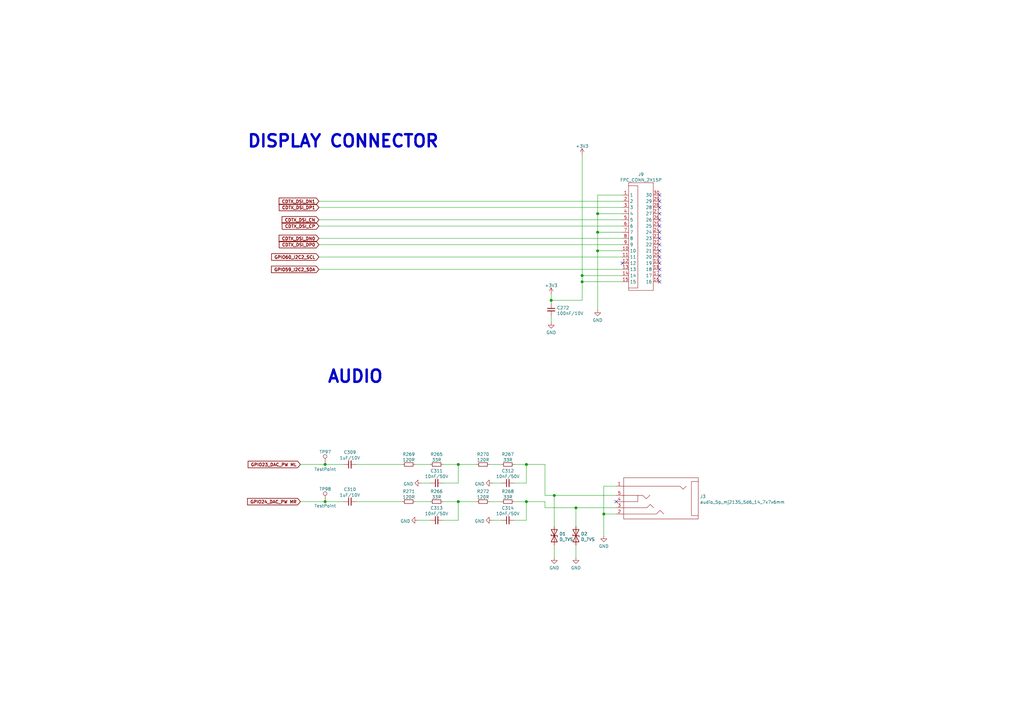
<source format=kicad_sch>
(kicad_sch (version 20210126) (generator eeschema)
  (paper "A3")
  (title_block (title "Beagle V") (date "2021-06-03") (rev "v0.7"))
  (lib_symbols
    (symbol "BeagleV:FPC_CONN_2X15P"
      (property "Reference" "U" (at -4.191 23.241 0))
      (property "Value" "FPC_CONN_2X15P" (at 2.54 -25.273 0))
      (symbol "FPC_CONN_2X15P_0_1"
        (rectangle (start -5.08 21.59) (end 5.08 -22.606) (stroke (width 0.1524)))
        (polyline (pts (xy -5.08 20.32) (xy -1.27 20.32) (xy -1.27 -21.59) (xy -5.08 -21.59)) (stroke (width 0.1524)))
      )
      (symbol "FPC_CONN_2X15P_1_1"
        (pin input line (at -7.62 16.51 0) (length 2.54) (name "1") (number "1"))
        (pin input line (at -7.62 -6.35 0) (length 2.54) (name "10") (number "10"))
        (pin input line (at -7.62 -8.89 0) (length 2.54) (name "11") (number "11"))
        (pin input line (at -7.62 -11.43 0) (length 2.54) (name "12") (number "12"))
        (pin input line (at -7.62 -13.97 0) (length 2.54) (name "13") (number "13"))
        (pin input line (at -7.62 -16.51 0) (length 2.54) (name "14") (number "14"))
        (pin input line (at -7.62 -19.05 0) (length 2.54) (name "15") (number "15"))
        (pin input line (at 7.62 -19.05 180) (length 2.54) (name "16") (number "16"))
        (pin input line (at 7.62 -16.51 180) (length 2.54) (name "17") (number "17"))
        (pin input line (at 7.62 -13.97 180) (length 2.54) (name "18") (number "18"))
        (pin input line (at 7.62 -11.43 180) (length 2.54) (name "19") (number "19"))
        (pin input line (at -7.62 13.97 0) (length 2.54) (name "2") (number "2"))
        (pin input line (at 7.62 -8.89 180) (length 2.54) (name "20") (number "20"))
        (pin input line (at 7.62 -6.35 180) (length 2.54) (name "21") (number "21"))
        (pin input line (at 7.62 -3.81 180) (length 2.54) (name "22") (number "22"))
        (pin input line (at 7.62 -1.27 180) (length 2.54) (name "23") (number "23"))
        (pin input line (at 7.62 1.27 180) (length 2.54) (name "24") (number "24"))
        (pin input line (at 7.62 3.81 180) (length 2.54) (name "25") (number "25"))
        (pin input line (at 7.62 6.35 180) (length 2.54) (name "26") (number "26"))
        (pin input line (at 7.62 8.89 180) (length 2.54) (name "27") (number "27"))
        (pin input line (at 7.62 11.43 180) (length 2.54) (name "28") (number "28"))
        (pin input line (at 7.62 13.97 180) (length 2.54) (name "29") (number "29"))
        (pin input line (at -7.62 11.43 0) (length 2.54) (name "3") (number "3"))
        (pin input line (at 7.62 16.51 180) (length 2.54) (name "30") (number "30"))
        (pin input line (at -7.62 8.89 0) (length 2.54) (name "4") (number "4"))
        (pin input line (at -7.62 6.35 0) (length 2.54) (name "5") (number "5"))
        (pin input line (at -7.62 3.81 0) (length 2.54) (name "6") (number "6"))
        (pin input line (at -7.62 1.27 0) (length 2.54) (name "7") (number "7"))
        (pin input line (at -7.62 -1.27 0) (length 2.54) (name "8") (number "8"))
        (pin input line (at -7.62 -3.81 0) (length 2.54) (name "9") (number "9"))
      )
    )
    (symbol "BeagleV:audio_5p_mj2135_5d6_14_7x7x6mm"
      (property "Reference" "U" (at -6.604 9.144 0))
      (property "Value" "audio_5p_mj2135_5d6_14_7x7x6mm" (at 8.89 -13.081 0))
      (symbol "audio_5p_mj2135_5d6_14_7x7x6mm_0_0"
        (rectangle (start -7.112 7.239) (end 23.495 -9.652) (stroke (width 0.1524)))
        (polyline (pts (xy -6.35 -2.54) (xy -2.286 -2.54) (xy -1.27 -2.54)) (stroke (width 0.1524)))
        (polyline (pts (xy -6.35 -7.62) (xy 6.35 -7.62) (xy 7.874 -6.096) (xy 9.398 -7.62)) (stroke (width 0.1524)))
        (polyline (pts (xy -6.35 -5.08) (xy 2.413 -5.08) (xy 3.81 -3.683) (xy 5.207 -5.08)) (stroke (width 0.1524)))
        (polyline (pts (xy -6.35 0) (xy 0.762 0) (xy 2.159 -1.397) (xy 3.683 0.127)) (stroke (width 0.1524)))
        (polyline (pts (xy -6.35 3.81) (xy 16.002 3.81) (xy 17.272 2.54) (xy 18.542 3.81)) (stroke (width 0.1524)))
        (polyline (pts (xy 23.495 5.715) (xy 20.701 5.715) (xy 20.701 -8.255) (xy 23.495 -8.255)) (stroke (width 0.1524)))
      )
      (symbol "audio_5p_mj2135_5d6_14_7x7x6mm_0_1"
        (polyline (pts (xy -6.35 -7.62) (xy -7.62 -7.62)) (stroke (width 0.1524)))
        (polyline (pts (xy -6.35 -5.08) (xy -7.62 -5.08)) (stroke (width 0.1524)))
        (polyline (pts (xy -6.35 -2.54) (xy -7.62 -2.54)) (stroke (width 0.1524)))
        (polyline (pts (xy -6.35 0) (xy -7.62 0)) (stroke (width 0.1524)))
        (polyline (pts (xy -6.35 3.81) (xy -7.62 3.81)) (stroke (width 0.1524)))
        (polyline (pts (xy -1.27 -2.54) (xy -1.27 0)) (stroke (width 0.1524)))
      )
      (symbol "audio_5p_mj2135_5d6_14_7x7x6mm_1_1"
        (pin power_in line (at -10.16 3.81 0) (length 2.56) (name "") (number "1"))
        (pin power_in line (at -10.16 -7.62 0) (length 2.56) (name "") (number "2"))
        (pin input line (at -10.16 -5.08 0) (length 2.56) (name "") (number "3"))
        (pin input line (at -10.16 -2.54 0) (length 2.56) (name "") (number "4"))
        (pin input line (at -10.16 0 0) (length 2.56) (name "") (number "5"))
      )
    )
    (symbol "Connector:TestPoint" (pin_numbers hide) (pin_names (offset 0.762) hide)
      (property "Reference" "TP" (at 0 6.858 0))
      (property "Value" "TestPoint" (at 0 5.08 0))
      (symbol "TestPoint_0_1"
        (circle (center 0 3.302) (radius 0.762))
      )
      (symbol "TestPoint_1_1"
        (pin passive line (at 0 0 90) (length 2.54) (name "1") (number "1"))
      )
    )
    (symbol "Device:C_Small" (pin_numbers hide) (pin_names (offset 0.254) hide)
      (property "Reference" "C" (at 0.254 1.778 0))
      (property "Value" "C_Small" (at 0.254 -2.032 0))
      (symbol "C_Small_0_1"
        (polyline (pts (xy -1.524 -0.508) (xy 1.524 -0.508)) (stroke (width 0.3302)))
        (polyline (pts (xy -1.524 0.508) (xy 1.524 0.508)) (stroke (width 0.3048)))
      )
      (symbol "C_Small_1_1"
        (pin passive line (at 0 2.54 270) (length 2.032) (name "~") (number "1"))
        (pin passive line (at 0 -2.54 90) (length 2.032) (name "~") (number "2"))
      )
    )
    (symbol "Device:D_TVS" (pin_numbers hide) (pin_names (offset 1.016) hide)
      (property "Reference" "D" (at 0 2.54 0))
      (property "Value" "D_TVS" (at 0 -2.54 0))
      (symbol "D_TVS_0_1"
        (polyline (pts (xy 1.27 0) (xy -1.27 0)))
        (polyline (pts (xy 0.508 1.27) (xy 0 1.27) (xy 0 -1.27) (xy -0.508 -1.27)) (stroke (width 0.254)))
        (polyline (pts (xy -2.54 1.27) (xy -2.54 -1.27) (xy 2.54 1.27) (xy 2.54 -1.27) (xy -2.54 1.27)) (stroke (width 0.254)))
      )
      (symbol "D_TVS_1_1"
        (pin passive line (at -3.81 0 0) (length 2.54) (name "A1") (number "1"))
        (pin passive line (at 3.81 0 180) (length 2.54) (name "A2") (number "2"))
      )
    )
    (symbol "Device:R_Small" (pin_numbers hide) (pin_names (offset 0.254) hide)
      (property "Reference" "R" (at 0.762 0.508 0))
      (property "Value" "R_Small" (at 0.762 -1.016 0))
      (symbol "R_Small_0_1"
        (rectangle (start -0.762 1.778) (end 0.762 -1.778) (stroke (width 0.2032)))
      )
      (symbol "R_Small_1_1"
        (pin passive line (at 0 2.54 270) (length 0.762) (name "~") (number "1"))
        (pin passive line (at 0 -2.54 90) (length 0.762) (name "~") (number "2"))
      )
    )
    (symbol "power:+3V3" (power) (pin_names (offset 0))
      (property "Value" "+3V3" (at 0 3.556 0))
      (symbol "+3V3_0_1"
        (polyline (pts (xy -0.762 1.27) (xy 0 2.54)))
        (polyline (pts (xy 0 0) (xy 0 2.54)))
        (polyline (pts (xy 0 2.54) (xy 0.762 1.27)))
      )
      (symbol "+3V3_1_1"
        (pin power_in line (at 0 0 90) (length 0) hide (name "+3V3") (number "1"))
      )
    )
    (symbol "power:GND" (power) (pin_names (offset 0))
      (property "Value" "GND" (at 0 -3.81 0))
      (symbol "GND_0_1"
        (polyline (pts (xy 0 0) (xy 0 -1.27) (xy 1.27 -1.27) (xy 0 -2.54) (xy -1.27 -1.27) (xy 0 -1.27)))
      )
      (symbol "GND_1_1"
        (pin power_in line (at 0 0 270) (length 0) hide (name "GND") (number "1"))
      )
    )
  )
  (junction (at 133.35 190.5) (diameter 1.016))
  (junction (at 133.35 205.74) (diameter 1.016))
  (junction (at 187.96 190.5) (diameter 1.016))
  (junction (at 187.96 205.74) (diameter 1.016))
  (junction (at 215.9 190.5) (diameter 1.016))
  (junction (at 215.9 205.74) (diameter 1.016))
  (junction (at 226.06 123.19) (diameter 1.016))
  (junction (at 227.33 203.2) (diameter 1.016))
  (junction (at 236.22 208.28) (diameter 1.016))
  (junction (at 238.76 113.03) (diameter 1.016))
  (junction (at 238.76 115.57) (diameter 1.016))
  (junction (at 245.11 87.63) (diameter 1.016))
  (junction (at 245.11 95.25) (diameter 1.016))
  (junction (at 245.11 102.87) (diameter 1.016))
  (junction (at 247.65 210.82) (diameter 1.016))
  (no_connect (at 252.73 205.74))
  (no_connect (at 255.27 107.95))
  (no_connect (at 270.51 80.01))
  (no_connect (at 270.51 82.55))
  (no_connect (at 270.51 85.09))
  (no_connect (at 270.51 87.63))
  (no_connect (at 270.51 90.17))
  (no_connect (at 270.51 92.71))
  (no_connect (at 270.51 95.25))
  (no_connect (at 270.51 97.79))
  (no_connect (at 270.51 100.33))
  (no_connect (at 270.51 102.87))
  (no_connect (at 270.51 105.41))
  (no_connect (at 270.51 107.95))
  (no_connect (at 270.51 110.49))
  (no_connect (at 270.51 113.03))
  (no_connect (at 270.51 115.57))
  (wire (pts (xy 123.19 190.5) (xy 133.35 190.5)))
  (wire (pts (xy 123.19 205.74) (xy 133.35 205.74)))
  (wire (pts (xy 130.81 82.55) (xy 255.27 82.55)))
  (wire (pts (xy 130.81 85.09) (xy 255.27 85.09)))
  (wire (pts (xy 130.81 90.17) (xy 255.27 90.17)))
  (wire (pts (xy 130.81 92.71) (xy 255.27 92.71)))
  (wire (pts (xy 130.81 97.79) (xy 255.27 97.79)))
  (wire (pts (xy 130.81 100.33) (xy 255.27 100.33)))
  (wire (pts (xy 130.81 105.41) (xy 255.27 105.41)))
  (wire (pts (xy 130.81 110.49) (xy 255.27 110.49)))
  (wire (pts (xy 133.35 190.5) (xy 140.97 190.5)))
  (wire (pts (xy 133.35 205.74) (xy 140.97 205.74)))
  (wire (pts (xy 146.05 190.5) (xy 165.1 190.5)))
  (wire (pts (xy 146.05 205.74) (xy 165.1 205.74)))
  (wire (pts (xy 170.18 190.5) (xy 176.53 190.5)))
  (wire (pts (xy 170.18 205.74) (xy 176.53 205.74)))
  (wire (pts (xy 171.45 213.36) (xy 176.53 213.36)))
  (wire (pts (xy 172.72 198.12) (xy 176.53 198.12)))
  (wire (pts (xy 181.61 190.5) (xy 187.96 190.5)))
  (wire (pts (xy 181.61 198.12) (xy 187.96 198.12)))
  (wire (pts (xy 181.61 205.74) (xy 187.96 205.74)))
  (wire (pts (xy 181.61 213.36) (xy 187.96 213.36)))
  (wire (pts (xy 187.96 190.5) (xy 195.58 190.5)))
  (wire (pts (xy 187.96 198.12) (xy 187.96 190.5)))
  (wire (pts (xy 187.96 205.74) (xy 195.58 205.74)))
  (wire (pts (xy 187.96 213.36) (xy 187.96 205.74)))
  (wire (pts (xy 200.66 190.5) (xy 205.74 190.5)))
  (wire (pts (xy 200.66 205.74) (xy 205.74 205.74)))
  (wire (pts (xy 201.93 198.12) (xy 205.74 198.12)))
  (wire (pts (xy 201.93 213.36) (xy 205.74 213.36)))
  (wire (pts (xy 210.82 190.5) (xy 215.9 190.5)))
  (wire (pts (xy 210.82 198.12) (xy 215.9 198.12)))
  (wire (pts (xy 210.82 205.74) (xy 215.9 205.74)))
  (wire (pts (xy 210.82 213.36) (xy 215.9 213.36)))
  (wire (pts (xy 215.9 190.5) (xy 223.52 190.5)))
  (wire (pts (xy 215.9 198.12) (xy 215.9 190.5)))
  (wire (pts (xy 215.9 205.74) (xy 223.52 205.74)))
  (wire (pts (xy 215.9 213.36) (xy 215.9 205.74)))
  (wire (pts (xy 223.52 190.5) (xy 223.52 203.2)))
  (wire (pts (xy 223.52 203.2) (xy 227.33 203.2)))
  (wire (pts (xy 223.52 205.74) (xy 223.52 208.28)))
  (wire (pts (xy 223.52 208.28) (xy 236.22 208.28)))
  (wire (pts (xy 226.06 120.65) (xy 226.06 123.19)))
  (wire (pts (xy 226.06 123.19) (xy 226.06 124.46)))
  (wire (pts (xy 226.06 129.54) (xy 226.06 132.08)))
  (wire (pts (xy 227.33 203.2) (xy 227.33 215.9)))
  (wire (pts (xy 227.33 203.2) (xy 252.73 203.2)))
  (wire (pts (xy 227.33 223.52) (xy 227.33 228.6)))
  (wire (pts (xy 236.22 208.28) (xy 236.22 215.9)))
  (wire (pts (xy 236.22 208.28) (xy 252.73 208.28)))
  (wire (pts (xy 236.22 223.52) (xy 236.22 228.6)))
  (wire (pts (xy 238.76 63.5) (xy 238.76 113.03)))
  (wire (pts (xy 238.76 113.03) (xy 238.76 115.57)))
  (wire (pts (xy 238.76 115.57) (xy 238.76 123.19)))
  (wire (pts (xy 238.76 123.19) (xy 226.06 123.19)))
  (wire (pts (xy 245.11 80.01) (xy 245.11 87.63)))
  (wire (pts (xy 245.11 87.63) (xy 245.11 95.25)))
  (wire (pts (xy 245.11 87.63) (xy 255.27 87.63)))
  (wire (pts (xy 245.11 95.25) (xy 245.11 102.87)))
  (wire (pts (xy 245.11 102.87) (xy 245.11 127)))
  (wire (pts (xy 247.65 199.39) (xy 247.65 210.82)))
  (wire (pts (xy 247.65 210.82) (xy 247.65 219.71)))
  (wire (pts (xy 247.65 210.82) (xy 252.73 210.82)))
  (wire (pts (xy 252.73 199.39) (xy 247.65 199.39)))
  (wire (pts (xy 255.27 80.01) (xy 245.11 80.01)))
  (wire (pts (xy 255.27 95.25) (xy 245.11 95.25)))
  (wire (pts (xy 255.27 102.87) (xy 245.11 102.87)))
  (wire (pts (xy 255.27 113.03) (xy 238.76 113.03)))
  (wire (pts (xy 255.27 115.57) (xy 238.76 115.57)))
  (text "AUDIO" (at 157.48 157.48 180) (effects (font (size 5 5) (thickness 1) bold) (justify right bottom)))
  (text "DISPLAY CONNECTOR" (at 180.34 60.96 180) (effects (font (size 5 5) (thickness 1) bold) (justify right bottom)))
  (global_label "GPIO23_DAC_PW ML" (shape input) (at 123.19 190.5 180) (effects (font (thickness 0.254) bold)) (property "Intersheet References" "${INTERSHEET_REFS}" (effects hide)))
  (global_label "GPIO24_DAC_PW MR" (shape input) (at 123.19 205.74 180) (effects (font (thickness 0.254) bold)) (property "Intersheet References" "${INTERSHEET_REFS}" (effects hide)))
  (global_label "CDTX_DSI_DN1" (shape input) (at 130.81 82.55 180) (effects (font (thickness 0.254) bold)) (property "Intersheet References" "${INTERSHEET_REFS}" (effects hide)))
  (global_label "CDTX_DSI_DP1" (shape input) (at 130.81 85.09 180) (effects (font (thickness 0.254) bold)) (property "Intersheet References" "${INTERSHEET_REFS}" (effects hide)))
  (global_label "CDTX_DSI_CN" (shape input) (at 130.81 90.17 180) (effects (font (thickness 0.254) bold)) (property "Intersheet References" "${INTERSHEET_REFS}" (effects hide)))
  (global_label "CDTX_DSI_CP" (shape input) (at 130.81 92.71 180) (effects (font (thickness 0.254) bold)) (property "Intersheet References" "${INTERSHEET_REFS}" (effects hide)))
  (global_label "CDTX_DSI_DN0" (shape input) (at 130.81 97.79 180) (effects (font (thickness 0.254) bold)) (property "Intersheet References" "${INTERSHEET_REFS}" (effects hide)))
  (global_label "CDTX_DSI_DP0" (shape input) (at 130.81 100.33 180) (effects (font (thickness 0.254) bold)) (property "Intersheet References" "${INTERSHEET_REFS}" (effects hide)))
  (global_label "GPIO60_I2C2_SCL" (shape input) (at 130.81 105.41 180) (effects (font (thickness 0.254) bold)) (property "Intersheet References" "${INTERSHEET_REFS}" (effects hide)))
  (global_label "GPIO59_I2C2_SDA" (shape input) (at 130.81 110.49 180) (effects (font (thickness 0.254) bold)) (property "Intersheet References" "${INTERSHEET_REFS}" (effects hide)))
  (symbol (lib_id "power:+3V3") (at 226.06 120.65 0) (unit 1)
    (property "Reference" "#PWR0460" (effects hide))
    (property "Value" "+3V3" (at 226.06 117.1026 0))
  )
  (symbol (lib_id "power:+3V3") (at 238.76 63.5 0) (unit 1)
    (property "Reference" "#PWR0461" (effects hide))
    (property "Value" "+3V3" (at 238.76 59.9526 0))
  )
  (symbol (lib_id "Connector:TestPoint") (at 133.35 190.5 0) (unit 1)
    (property "Reference" "TP97" (at 130.9371 185.3576 0) (effects (justify left)))
    (property "Value" "TestPoint" (at 128.9051 192.4823 0) (effects (justify left)))
  )
  (symbol (lib_id "Connector:TestPoint") (at 133.35 205.74 0) (unit 1)
    (property "Reference" "TP98" (at 130.9371 200.5976 0) (effects (justify left)))
    (property "Value" "TestPoint" (at 128.9051 207.4683 0) (effects (justify left)))
  )
  (symbol (lib_id "power:GND") (at 171.45 213.36 270) (unit 1)
    (property "Reference" "#PWR0453" (effects hide))
    (property "Value" "GND" (at 168.275 213.7485 90) (effects (justify right)))
  )
  (symbol (lib_id "power:GND") (at 172.72 198.12 270) (unit 1)
    (property "Reference" "#PWR0452" (effects hide))
    (property "Value" "GND" (at 169.545 198.5085 90) (effects (justify right)))
  )
  (symbol (lib_id "power:GND") (at 201.93 198.12 270) (unit 1)
    (property "Reference" "#PWR0457" (effects hide))
    (property "Value" "GND" (at 198.755 198.5085 90) (effects (justify right)))
  )
  (symbol (lib_id "power:GND") (at 201.93 213.36 270) (unit 1)
    (property "Reference" "#PWR0458" (effects hide))
    (property "Value" "GND" (at 198.755 213.7485 90) (effects (justify right)))
  )
  (symbol (lib_id "power:GND") (at 226.06 132.08 0) (unit 1)
    (property "Reference" "#PWR0459" (effects hide))
    (property "Value" "GND" (at 226.06 136.4044 0))
  )
  (symbol (lib_id "power:GND") (at 227.33 228.6 0) (unit 1)
    (property "Reference" "#PWR0454" (effects hide))
    (property "Value" "GND" (at 227.33 232.9244 0))
  )
  (symbol (lib_id "power:GND") (at 236.22 228.6 0) (unit 1)
    (property "Reference" "#PWR0455" (effects hide))
    (property "Value" "GND" (at 236.22 232.9244 0))
  )
  (symbol (lib_id "power:GND") (at 245.11 127 0) (unit 1)
    (property "Reference" "#PWR0462" (effects hide))
    (property "Value" "GND" (at 245.11 131.3244 0))
  )
  (symbol (lib_id "power:GND") (at 247.65 219.71 0) (unit 1)
    (property "Reference" "#PWR0456" (effects hide))
    (property "Value" "GND" (at 247.65 224.0344 0))
  )
  (symbol (lib_id "Device:R_Small") (at 167.64 190.5 90) (unit 1)
    (property "Reference" "R269" (at 167.64 186.3302 90))
    (property "Value" "120R" (at 167.64 188.6289 90))
  )
  (symbol (lib_id "Device:R_Small") (at 167.64 205.74 90) (unit 1)
    (property "Reference" "R271" (at 167.64 201.5702 90))
    (property "Value" "120R" (at 167.64 203.8689 90))
  )
  (symbol (lib_id "Device:R_Small") (at 179.07 190.5 90) (unit 1)
    (property "Reference" "R265" (at 179.07 186.3302 90))
    (property "Value" "33R" (at 179.07 188.6289 90))
  )
  (symbol (lib_id "Device:R_Small") (at 179.07 205.74 90) (unit 1)
    (property "Reference" "R266" (at 179.07 201.5702 90))
    (property "Value" "33R" (at 179.07 203.8689 90))
  )
  (symbol (lib_id "Device:R_Small") (at 198.12 190.5 90) (unit 1)
    (property "Reference" "R270" (at 198.12 186.3302 90))
    (property "Value" "120R" (at 198.12 188.6289 90))
  )
  (symbol (lib_id "Device:R_Small") (at 198.12 205.74 90) (unit 1)
    (property "Reference" "R272" (at 198.12 201.5702 90))
    (property "Value" "120R" (at 198.12 203.8689 90))
  )
  (symbol (lib_id "Device:R_Small") (at 208.28 190.5 90) (unit 1)
    (property "Reference" "R267" (at 208.28 186.3302 90))
    (property "Value" "33R" (at 208.28 188.6289 90))
  )
  (symbol (lib_id "Device:R_Small") (at 208.28 205.74 90) (unit 1)
    (property "Reference" "R268" (at 208.28 201.5702 90))
    (property "Value" "33R" (at 208.28 203.8689 90))
  )
  (symbol (lib_id "Device:C_Small") (at 143.51 190.5 90) (unit 1)
    (property "Reference" "C309" (at 143.51 185.5047 90))
    (property "Value" "1uF/10V" (at 143.51 187.8034 90))
  )
  (symbol (lib_id "Device:C_Small") (at 143.51 205.74 90) (unit 1)
    (property "Reference" "C310" (at 143.51 200.7447 90))
    (property "Value" "1uF/10V" (at 143.51 203.0434 90))
  )
  (symbol (lib_id "Device:C_Small") (at 179.07 198.12 90) (unit 1)
    (property "Reference" "C311" (at 179.07 193.1247 90))
    (property "Value" "10nF/50V" (at 179.07 195.4234 90))
  )
  (symbol (lib_id "Device:C_Small") (at 179.07 213.36 90) (unit 1)
    (property "Reference" "C313" (at 179.07 208.3647 90))
    (property "Value" "10nF/50V" (at 179.07 210.6634 90))
  )
  (symbol (lib_id "Device:C_Small") (at 208.28 198.12 90) (unit 1)
    (property "Reference" "C312" (at 208.28 193.1247 90))
    (property "Value" "10nF/50V" (at 208.28 195.4234 90))
  )
  (symbol (lib_id "Device:C_Small") (at 208.28 213.36 90) (unit 1)
    (property "Reference" "C314" (at 208.28 208.3647 90))
    (property "Value" "10nF/50V" (at 208.28 210.6634 90))
  )
  (symbol (lib_id "Device:C_Small") (at 226.06 127 0) (unit 1)
    (property "Reference" "C272" (at 228.3842 126.2391 0) (effects (justify left)))
    (property "Value" "100nF/10V" (at 228.3842 128.5378 0) (effects (justify left)))
  )
  (symbol (lib_id "Device:D_TVS") (at 227.33 219.71 90) (unit 1)
    (property "Reference" "D1" (at 229.3621 218.9491 90) (effects (justify right)))
    (property "Value" "D_TVS" (at 229.3621 221.2478 90) (effects (justify right)))
  )
  (symbol (lib_id "Device:D_TVS") (at 236.22 219.71 90) (unit 1)
    (property "Reference" "D2" (at 238.2521 218.9491 90) (effects (justify right)))
    (property "Value" "D_TVS" (at 238.2521 221.2478 90) (effects (justify right)))
  )
  (symbol (lib_id "BeagleV:audio_5p_mj2135_5d6_14_7x7x6mm") (at 262.89 203.2 0) (unit 1)
    (property "Reference" "J3" (at 287.0963 203.6456 0) (effects (justify left)))
    (property "Value" "audio_5p_mj2135_5d6_14_7x7x6mm" (at 287.0963 205.9443 0) (effects (justify left)))
  )
  (symbol (lib_id "BeagleV:FPC_CONN_2X15P") (at 262.89 96.52 0) (unit 1)
    (property "Reference" "J9" (at 262.89 71.5476 0))
    (property "Value" "FPC_CONN_2X15P" (at 262.89 73.8463 0))
  )
)
</source>
